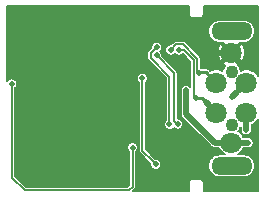
<source format=gtl>
G04 #@! TF.GenerationSoftware,KiCad,Pcbnew,(5.0.0-3-g5ebb6b6)*
G04 #@! TF.CreationDate,2018-09-01T16:23:46+02:00*
G04 #@! TF.ProjectId,nk-u2f,6E6B2D7532662E6B696361645F706362,R5*
G04 #@! TF.SameCoordinates,PX791ddc0PY5e69114*
G04 #@! TF.FileFunction,Copper,L1,Top,Signal*
G04 #@! TF.FilePolarity,Positive*
%FSLAX46Y46*%
G04 Gerber Fmt 4.6, Leading zero omitted, Abs format (unit mm)*
G04 Created by KiCad (PCBNEW (5.0.0-3-g5ebb6b6)) date Saturday, 01 September 2018 at 16:23:46*
%MOMM*%
%LPD*%
G01*
G04 APERTURE LIST*
G04 #@! TA.AperFunction,ComponentPad*
%ADD10C,1.099820*%
G04 #@! TD*
G04 #@! TA.AperFunction,ComponentPad*
%ADD11O,3.500120X1.501140*%
G04 #@! TD*
G04 #@! TA.AperFunction,BGAPad,CuDef*
%ADD12C,1.800000*%
G04 #@! TD*
G04 #@! TA.AperFunction,ViaPad*
%ADD13C,0.500000*%
G04 #@! TD*
G04 #@! TA.AperFunction,Conductor*
%ADD14C,0.500000*%
G04 #@! TD*
G04 #@! TA.AperFunction,Conductor*
%ADD15C,0.150000*%
G04 #@! TD*
G04 #@! TA.AperFunction,Conductor*
%ADD16C,0.254000*%
G04 #@! TD*
G04 APERTURE END LIST*
D10*
G04 #@! TO.P,J1,8*
G04 #@! TO.N,N/C*
X6999600Y2234450D03*
G04 #@! TO.P,J1,7*
X6999600Y-2266430D03*
D11*
G04 #@! TO.P,J1,6*
X6999600Y-5715750D03*
G04 #@! TO.P,J1,5*
X6999600Y5683770D03*
G04 #@! TD*
D12*
G04 #@! TO.P,TP1,1*
G04 #@! TO.N,/GND*
X6970000Y3866500D03*
G04 #@! TD*
G04 #@! TO.P,TP5,1*
G04 #@! TO.N,/C2CK*
X8240000Y1326500D03*
G04 #@! TD*
G04 #@! TO.P,TP2,1*
G04 #@! TO.N,/HD+*
X5700000Y1326500D03*
G04 #@! TD*
G04 #@! TO.P,TP3,1*
G04 #@! TO.N,/HD-*
X5700000Y-1213500D03*
G04 #@! TD*
G04 #@! TO.P,TP6,1*
G04 #@! TO.N,/C2D*
X8240000Y-1213500D03*
G04 #@! TD*
G04 #@! TO.P,TP4,1*
G04 #@! TO.N,/+5V*
X6970000Y-3753500D03*
G04 #@! TD*
D13*
G04 #@! TO.N,/+5V*
X8400600Y-3746600D03*
X3147880Y680620D03*
G04 #@! TO.N,/C2CK*
X7003602Y101500D03*
G04 #@! TO.N,/C2D*
X8235500Y-2654400D03*
G04 #@! TO.N,/HD+*
X1853305Y4089775D03*
X4278210Y2120800D03*
G04 #@! TO.N,/HD-*
X2529430Y4094134D03*
X3968300Y554D03*
G04 #@! TO.N,/Button*
X-552900Y1701700D03*
X583739Y-5572444D03*
G04 #@! TO.N,/SDA*
X642900Y4314514D03*
X1738210Y-2197192D03*
G04 #@! TO.N,/SCL*
X640376Y3640223D03*
X2418900Y-2171800D03*
G04 #@! TO.N,/LED*
X-1391100Y-4165700D03*
X-11614600Y1224180D03*
G04 #@! TO.N,/GND*
X3714300Y-5372200D03*
X-420330Y2338039D03*
X4044500Y5587900D03*
X7918000Y2832000D03*
X463100Y1981100D03*
X725000Y-153500D03*
X2343923Y-5918338D03*
G04 #@! TD*
D14*
G04 #@! TO.N,/+5V*
X6970000Y-3753500D02*
X5588100Y-3753500D01*
X5588100Y-3753500D02*
X3147880Y-1313280D01*
X3147880Y327067D02*
X3147880Y680620D01*
X3147880Y-1313280D02*
X3147880Y327067D01*
X8393700Y-3753500D02*
X8400600Y-3746600D01*
X6970000Y-3753500D02*
X8393700Y-3753500D01*
D15*
G04 #@! TO.N,/C2CK*
X7562402Y660300D02*
X7422702Y520600D01*
X7848602Y946500D02*
X7562402Y660300D01*
D14*
X7562402Y660300D02*
X7573800Y660300D01*
X7573800Y660300D02*
X8240000Y1326500D01*
X7422702Y520600D02*
X7003602Y101500D01*
D15*
X8525000Y946500D02*
X7848602Y946500D01*
G04 #@! TO.N,/C2D*
X8525000Y-1053500D02*
X8235500Y-1343000D01*
D14*
X8235500Y-1343000D02*
X8235500Y-2654400D01*
D16*
G04 #@! TO.N,/HD+*
X5175000Y1000010D02*
X5175000Y1218900D01*
D15*
X4278210Y2153790D02*
X4278210Y2120800D01*
X4108000Y2324000D02*
X4278210Y2153790D01*
D16*
X4383909Y2226499D02*
X4278210Y2120800D01*
D15*
X4108000Y3365400D02*
X4108000Y2324000D01*
D16*
X4800001Y2226499D02*
X4383909Y2226499D01*
D15*
X2332665Y4569135D02*
X2904265Y4569135D01*
D16*
X5700000Y1326500D02*
X4800001Y2226499D01*
D15*
X1853305Y4089775D02*
X2332665Y4569135D01*
X2904265Y4569135D02*
X4108000Y3365400D01*
D14*
G04 #@! TO.N,/HD-*
X4791400Y-304900D02*
X5803019Y-1316519D01*
X5803019Y-1316519D02*
X5700000Y-1213500D01*
D16*
X5175000Y-1016750D02*
X5175000Y-736900D01*
D15*
X3803200Y165654D02*
X3968300Y554D01*
X2934766Y4094134D02*
X3803200Y3225700D01*
D16*
X4485946Y554D02*
X4791400Y-304900D01*
D15*
X2529430Y4094134D02*
X2934766Y4094134D01*
D16*
X3968300Y554D02*
X4485946Y554D01*
D15*
X3803200Y3225700D02*
X3803200Y165654D01*
G04 #@! TO.N,/Button*
X-552900Y1701700D02*
X-552900Y-4435805D01*
X-552900Y-4435805D02*
X333740Y-5322445D01*
X333740Y-5322445D02*
X583739Y-5572444D01*
G04 #@! TO.N,/SDA*
X392901Y4064515D02*
X642900Y4314514D01*
X140499Y3812113D02*
X392901Y4064515D01*
X1738210Y1834956D02*
X140499Y3432667D01*
X1738210Y-2197192D02*
X1738210Y1834956D01*
X140499Y3432667D02*
X140499Y3812113D01*
G04 #@! TO.N,/SCL*
X2418900Y-2171800D02*
X2126800Y-1879700D01*
X2126800Y-1879700D02*
X2126800Y2153799D01*
X2126800Y2153799D02*
X640900Y3639699D01*
X640900Y3639699D02*
X640376Y3640223D01*
G04 #@! TO.N,/LED*
X-11614600Y1224180D02*
X-11614600Y-6705700D01*
X-11614600Y-6705700D02*
X-10522400Y-7797900D01*
X-10522400Y-7797900D02*
X-1708600Y-7797900D01*
X-1708600Y-7797900D02*
X-1391100Y-7480400D01*
X-1391100Y-7480400D02*
X-1391100Y-4165700D01*
D14*
G04 #@! TO.N,/GND*
X463100Y1981100D02*
X463100Y2438300D01*
X463100Y2438300D02*
X-972000Y3873400D01*
X-972000Y3873400D02*
X-972000Y5600437D01*
X-972000Y5600437D02*
X-972163Y5600600D01*
X6970000Y3866500D02*
X4330800Y3866500D01*
X4330800Y3866500D02*
X2634800Y5562500D01*
X2634800Y5562500D02*
X-934063Y5562500D01*
X-934063Y5562500D02*
X-972163Y5600600D01*
X-972163Y5600600D02*
X-972163Y7289863D01*
X-972163Y7289863D02*
X-1340300Y7658000D01*
X-1340300Y7658000D02*
X-8274500Y7658000D01*
X-8274500Y7658000D02*
X-9744294Y6188206D01*
X-9744294Y6188206D02*
X-10067010Y6188206D01*
X-10067010Y6188206D02*
X-9912652Y6033848D01*
D16*
X-9540000Y6406500D02*
X-9390000Y6406500D01*
D14*
X463100Y1981100D02*
X725000Y1719200D01*
X725000Y1719200D02*
X725000Y-153500D01*
X6970000Y3866500D02*
X6970000Y3780000D01*
X6970000Y3780000D02*
X7918000Y2832000D01*
X725000Y-4299415D02*
X2093924Y-5668339D01*
X2093924Y-5668339D02*
X2343923Y-5918338D01*
X725000Y-153500D02*
X725000Y-4299415D01*
G04 #@! TD*
D15*
G04 #@! TO.N,/GND*
G36*
X3375470Y7109982D02*
X3374142Y7096500D01*
X3379443Y7042683D01*
X3395140Y6990934D01*
X3420632Y6943242D01*
X3454939Y6901439D01*
X3496742Y6867132D01*
X3544434Y6841640D01*
X3596183Y6825943D01*
X3650000Y6820642D01*
X3663482Y6821970D01*
X4336518Y6821970D01*
X4350000Y6820642D01*
X4363482Y6821970D01*
X4403817Y6825943D01*
X4455566Y6841640D01*
X4503258Y6867132D01*
X4545061Y6901439D01*
X4579368Y6943242D01*
X4604860Y6990934D01*
X4620557Y7042683D01*
X4625858Y7096500D01*
X4624530Y7109982D01*
X4624530Y7846970D01*
X9225071Y7846970D01*
X9225071Y1877184D01*
X9113844Y2043645D01*
X8957145Y2200344D01*
X8772887Y2323462D01*
X8568150Y2408267D01*
X8350803Y2451500D01*
X8129197Y2451500D01*
X7911850Y2408267D01*
X7767047Y2348288D01*
X7744730Y2460483D01*
X7686316Y2601507D01*
X7601512Y2728426D01*
X7510460Y2819478D01*
X7593422Y2863823D01*
X7693852Y3022440D01*
X6970000Y3746292D01*
X6246148Y3022440D01*
X6346578Y2863823D01*
X6471493Y2802231D01*
X6397688Y2728426D01*
X6312884Y2601507D01*
X6254470Y2460483D01*
X6227646Y2325633D01*
X6028150Y2408267D01*
X5810803Y2451500D01*
X5589197Y2451500D01*
X5371850Y2408267D01*
X5190962Y2333341D01*
X5061136Y2463167D01*
X5050107Y2476605D01*
X4996508Y2520592D01*
X4935357Y2553278D01*
X4869005Y2573406D01*
X4817293Y2578499D01*
X4817290Y2578499D01*
X4800001Y2580202D01*
X4782712Y2578499D01*
X4411971Y2578499D01*
X4408000Y2579289D01*
X4408000Y3350678D01*
X4409450Y3365401D01*
X4408000Y3380124D01*
X4408000Y3380133D01*
X4403659Y3424210D01*
X4386504Y3480760D01*
X4367425Y3516455D01*
X4358647Y3532878D01*
X4330549Y3567115D01*
X4321158Y3578558D01*
X4309716Y3587947D01*
X4069864Y3827799D01*
X5789949Y3827799D01*
X5820174Y3598326D01*
X5894586Y3379158D01*
X5967323Y3243078D01*
X6125940Y3142648D01*
X6849792Y3866500D01*
X7090208Y3866500D01*
X7814060Y3142648D01*
X7972677Y3243078D01*
X8075035Y3450670D01*
X8134927Y3674241D01*
X8150051Y3905201D01*
X8119826Y4134674D01*
X8045414Y4353842D01*
X7972677Y4489922D01*
X7814060Y4590352D01*
X7090208Y3866500D01*
X6849792Y3866500D01*
X6125940Y4590352D01*
X5967323Y4489922D01*
X5864965Y4282330D01*
X5805073Y4058759D01*
X5789949Y3827799D01*
X4069864Y3827799D01*
X3126818Y4770845D01*
X3117423Y4782293D01*
X3071742Y4819782D01*
X3019625Y4847639D01*
X2963075Y4864794D01*
X2918998Y4869135D01*
X2918988Y4869135D01*
X2904265Y4870585D01*
X2889542Y4869135D01*
X2347387Y4869135D01*
X2332664Y4870585D01*
X2317941Y4869135D01*
X2317932Y4869135D01*
X2273855Y4864794D01*
X2217305Y4847639D01*
X2193044Y4834671D01*
X2165187Y4819782D01*
X2130950Y4791684D01*
X2119507Y4782293D01*
X2110116Y4770850D01*
X1903386Y4564119D01*
X1900088Y4564775D01*
X1806522Y4564775D01*
X1714753Y4546521D01*
X1628308Y4510714D01*
X1550510Y4458731D01*
X1484349Y4392570D01*
X1432366Y4314772D01*
X1396559Y4228327D01*
X1378305Y4136558D01*
X1378305Y4042992D01*
X1396559Y3951223D01*
X1432366Y3864778D01*
X1484349Y3786980D01*
X1550510Y3720819D01*
X1628308Y3668836D01*
X1714753Y3633029D01*
X1806522Y3614775D01*
X1900088Y3614775D01*
X1991857Y3633029D01*
X2078302Y3668836D01*
X2156100Y3720819D01*
X2193547Y3758266D01*
X2226635Y3725178D01*
X2304433Y3673195D01*
X2390878Y3637388D01*
X2482647Y3619134D01*
X2576213Y3619134D01*
X2667982Y3637388D01*
X2754427Y3673195D01*
X2832225Y3725178D01*
X2855842Y3748795D01*
X3503200Y3101436D01*
X3503201Y997050D01*
X3500259Y999992D01*
X3485381Y1018121D01*
X3467252Y1032999D01*
X3450675Y1049576D01*
X3431183Y1062600D01*
X3413053Y1077479D01*
X3392370Y1088534D01*
X3372877Y1101559D01*
X3351216Y1110531D01*
X3330534Y1121586D01*
X3308095Y1128393D01*
X3286432Y1137366D01*
X3263433Y1141941D01*
X3240996Y1148747D01*
X3217662Y1151045D01*
X3194663Y1155620D01*
X3171212Y1155620D01*
X3147880Y1157918D01*
X3124548Y1155620D01*
X3101097Y1155620D01*
X3078097Y1151045D01*
X3054765Y1148747D01*
X3032330Y1141941D01*
X3009328Y1137366D01*
X2987662Y1128392D01*
X2965227Y1121586D01*
X2944549Y1110533D01*
X2922883Y1101559D01*
X2903386Y1088532D01*
X2882708Y1077479D01*
X2864583Y1062604D01*
X2845085Y1049576D01*
X2828504Y1032995D01*
X2810380Y1018121D01*
X2795506Y999997D01*
X2778924Y983415D01*
X2765895Y963916D01*
X2751022Y945793D01*
X2739971Y925117D01*
X2726941Y905617D01*
X2717965Y883947D01*
X2706915Y863274D01*
X2700110Y840842D01*
X2691134Y819172D01*
X2686559Y796171D01*
X2679753Y773736D01*
X2677455Y750403D01*
X2672880Y727403D01*
X2672880Y303736D01*
X2672881Y303726D01*
X2672880Y-1289947D01*
X2670582Y-1313280D01*
X2679753Y-1406396D01*
X2680736Y-1409635D01*
X2706914Y-1495933D01*
X2751021Y-1578453D01*
X2810379Y-1650781D01*
X2828514Y-1665664D01*
X5235721Y-4072872D01*
X5250599Y-4091001D01*
X5322927Y-4150359D01*
X5405446Y-4194466D01*
X5464840Y-4212483D01*
X5494983Y-4221627D01*
X5588099Y-4230798D01*
X5611431Y-4228500D01*
X5949060Y-4228500D01*
X5973038Y-4286387D01*
X6096156Y-4470645D01*
X6252855Y-4627344D01*
X6421725Y-4740180D01*
X5952187Y-4740180D01*
X5808865Y-4754296D01*
X5624969Y-4810080D01*
X5455490Y-4900669D01*
X5306940Y-5022580D01*
X5185029Y-5171130D01*
X5094440Y-5340609D01*
X5038656Y-5524505D01*
X5019820Y-5715750D01*
X5038656Y-5906995D01*
X5094440Y-6090891D01*
X5185029Y-6260370D01*
X5306940Y-6408920D01*
X5455490Y-6530831D01*
X5624969Y-6621420D01*
X5808865Y-6677204D01*
X5952187Y-6691320D01*
X8047013Y-6691320D01*
X8190335Y-6677204D01*
X8374231Y-6621420D01*
X8543710Y-6530831D01*
X8692260Y-6408920D01*
X8814171Y-6260370D01*
X8904760Y-6090891D01*
X8960544Y-5906995D01*
X8979380Y-5715750D01*
X8960544Y-5524505D01*
X8904760Y-5340609D01*
X8814171Y-5171130D01*
X8692260Y-5022580D01*
X8543710Y-4900669D01*
X8374231Y-4810080D01*
X8190335Y-4754296D01*
X8047013Y-4740180D01*
X7518275Y-4740180D01*
X7687145Y-4627344D01*
X7843844Y-4470645D01*
X7966962Y-4286387D01*
X7990940Y-4228500D01*
X8370368Y-4228500D01*
X8393700Y-4230798D01*
X8417032Y-4228500D01*
X8486816Y-4221627D01*
X8576354Y-4194466D01*
X8658873Y-4150359D01*
X8692016Y-4123159D01*
X8703395Y-4115556D01*
X8713072Y-4105879D01*
X8731201Y-4091001D01*
X8746079Y-4072872D01*
X8769556Y-4049395D01*
X8782589Y-4029890D01*
X8797458Y-4011772D01*
X8808507Y-3991100D01*
X8821539Y-3971597D01*
X8830515Y-3949926D01*
X8841565Y-3929254D01*
X8848370Y-3906822D01*
X8857346Y-3885152D01*
X8861921Y-3862151D01*
X8868727Y-3839716D01*
X8871025Y-3816382D01*
X8875600Y-3793383D01*
X8875600Y-3769933D01*
X8877898Y-3746601D01*
X8875600Y-3723268D01*
X8875600Y-3699817D01*
X8871025Y-3676817D01*
X8868727Y-3653484D01*
X8861921Y-3631049D01*
X8857346Y-3608048D01*
X8848370Y-3586378D01*
X8841565Y-3563946D01*
X8830515Y-3543274D01*
X8821539Y-3521603D01*
X8808507Y-3502100D01*
X8797458Y-3481428D01*
X8782588Y-3463309D01*
X8769556Y-3443805D01*
X8752969Y-3427218D01*
X8738100Y-3409100D01*
X8719982Y-3394231D01*
X8703395Y-3377644D01*
X8683891Y-3364612D01*
X8665772Y-3349742D01*
X8645100Y-3338693D01*
X8625597Y-3325661D01*
X8603926Y-3316685D01*
X8583254Y-3305635D01*
X8560822Y-3298830D01*
X8539152Y-3289854D01*
X8516151Y-3285279D01*
X8493716Y-3278473D01*
X8470383Y-3276175D01*
X8447383Y-3271600D01*
X8423932Y-3271600D01*
X8400599Y-3269302D01*
X8377267Y-3271600D01*
X8353817Y-3271600D01*
X8330818Y-3276175D01*
X8307484Y-3278473D01*
X8307395Y-3278500D01*
X7990940Y-3278500D01*
X7966962Y-3220613D01*
X7843844Y-3036355D01*
X7687145Y-2879656D01*
X7564327Y-2797591D01*
X7601512Y-2760406D01*
X7686316Y-2633487D01*
X7744730Y-2492463D01*
X7760501Y-2413179D01*
X7760501Y-2607612D01*
X7760500Y-2607617D01*
X7760500Y-2701183D01*
X7765077Y-2724193D01*
X7767374Y-2747516D01*
X7774177Y-2769944D01*
X7778754Y-2792952D01*
X7787731Y-2814624D01*
X7794535Y-2837054D01*
X7805585Y-2857727D01*
X7814561Y-2879397D01*
X7827591Y-2898897D01*
X7838642Y-2919573D01*
X7853515Y-2937696D01*
X7866544Y-2957195D01*
X7883126Y-2973777D01*
X7898000Y-2991901D01*
X7916124Y-3006775D01*
X7932705Y-3023356D01*
X7952203Y-3036384D01*
X7970328Y-3051259D01*
X7991006Y-3062312D01*
X8010503Y-3075339D01*
X8032169Y-3084313D01*
X8052847Y-3095366D01*
X8075282Y-3102172D01*
X8096948Y-3111146D01*
X8119950Y-3115721D01*
X8142385Y-3122527D01*
X8165717Y-3124825D01*
X8188717Y-3129400D01*
X8212168Y-3129400D01*
X8235500Y-3131698D01*
X8258832Y-3129400D01*
X8282283Y-3129400D01*
X8305282Y-3124825D01*
X8328616Y-3122527D01*
X8351053Y-3115721D01*
X8374052Y-3111146D01*
X8395715Y-3102173D01*
X8418154Y-3095366D01*
X8438836Y-3084311D01*
X8460497Y-3075339D01*
X8479990Y-3062314D01*
X8500673Y-3051259D01*
X8518803Y-3036380D01*
X8538295Y-3023356D01*
X8554872Y-3006779D01*
X8573001Y-2991901D01*
X8587879Y-2973772D01*
X8604456Y-2957195D01*
X8617480Y-2937703D01*
X8632359Y-2919573D01*
X8643414Y-2898890D01*
X8656439Y-2879397D01*
X8665411Y-2857736D01*
X8676466Y-2837054D01*
X8683273Y-2814615D01*
X8692246Y-2792952D01*
X8696821Y-2769953D01*
X8703627Y-2747516D01*
X8705925Y-2724183D01*
X8710500Y-2701183D01*
X8710500Y-2236304D01*
X8772887Y-2210462D01*
X8957145Y-2087344D01*
X9113844Y-1930645D01*
X9225070Y-1764184D01*
X9225070Y-7878970D01*
X4624530Y-7878970D01*
X4624530Y-7116982D01*
X4625858Y-7103500D01*
X4620557Y-7049683D01*
X4604860Y-6997934D01*
X4579368Y-6950242D01*
X4545061Y-6908439D01*
X4503258Y-6874132D01*
X4455566Y-6848640D01*
X4403817Y-6832943D01*
X4363482Y-6828970D01*
X4350000Y-6827642D01*
X4336518Y-6828970D01*
X3663482Y-6828970D01*
X3650000Y-6827642D01*
X3636518Y-6828970D01*
X3596183Y-6832943D01*
X3544434Y-6848640D01*
X3496742Y-6874132D01*
X3454939Y-6908439D01*
X3420632Y-6950242D01*
X3395140Y-6997934D01*
X3379443Y-7049683D01*
X3374142Y-7103500D01*
X3375470Y-7116982D01*
X3375471Y-7878970D01*
X-1365407Y-7878970D01*
X-1189384Y-7702948D01*
X-1177942Y-7693558D01*
X-1168551Y-7682115D01*
X-1140453Y-7647878D01*
X-1112596Y-7595761D01*
X-1108603Y-7582599D01*
X-1095441Y-7539210D01*
X-1091100Y-7495133D01*
X-1091100Y-7495130D01*
X-1089649Y-7480400D01*
X-1091100Y-7465670D01*
X-1091100Y-4536524D01*
X-1088305Y-4534656D01*
X-1022144Y-4468495D01*
X-970161Y-4390697D01*
X-934354Y-4304252D01*
X-916100Y-4212483D01*
X-916100Y-4118917D01*
X-934354Y-4027148D01*
X-970161Y-3940703D01*
X-1022144Y-3862905D01*
X-1088305Y-3796744D01*
X-1166103Y-3744761D01*
X-1252548Y-3708954D01*
X-1344317Y-3690700D01*
X-1437883Y-3690700D01*
X-1529652Y-3708954D01*
X-1616097Y-3744761D01*
X-1693895Y-3796744D01*
X-1760056Y-3862905D01*
X-1812039Y-3940703D01*
X-1847846Y-4027148D01*
X-1866100Y-4118917D01*
X-1866100Y-4212483D01*
X-1847846Y-4304252D01*
X-1812039Y-4390697D01*
X-1760056Y-4468495D01*
X-1693895Y-4534656D01*
X-1691099Y-4536524D01*
X-1691100Y-7356136D01*
X-1832863Y-7497900D01*
X-10398136Y-7497900D01*
X-11314600Y-6581437D01*
X-11314600Y853356D01*
X-11311805Y855224D01*
X-11245644Y921385D01*
X-11193661Y999183D01*
X-11157854Y1085628D01*
X-11139600Y1177397D01*
X-11139600Y1270963D01*
X-11157854Y1362732D01*
X-11193661Y1449177D01*
X-11245644Y1526975D01*
X-11311805Y1593136D01*
X-11389603Y1645119D01*
X-11476048Y1680926D01*
X-11567817Y1699180D01*
X-11661383Y1699180D01*
X-11753152Y1680926D01*
X-11839597Y1645119D01*
X-11917395Y1593136D01*
X-11983556Y1526975D01*
X-12000470Y1501661D01*
X-12000470Y1748483D01*
X-1027900Y1748483D01*
X-1027900Y1654917D01*
X-1009646Y1563148D01*
X-973839Y1476703D01*
X-921856Y1398905D01*
X-855695Y1332744D01*
X-852900Y1330876D01*
X-852899Y-4421072D01*
X-854350Y-4435805D01*
X-848558Y-4494615D01*
X-831403Y-4551165D01*
X-803547Y-4603282D01*
X-775449Y-4637519D01*
X-766057Y-4648963D01*
X-754615Y-4658353D01*
X109395Y-5522364D01*
X108739Y-5525661D01*
X108739Y-5619227D01*
X126993Y-5710996D01*
X162800Y-5797441D01*
X214783Y-5875239D01*
X280944Y-5941400D01*
X358742Y-5993383D01*
X445187Y-6029190D01*
X536956Y-6047444D01*
X630522Y-6047444D01*
X722291Y-6029190D01*
X808736Y-5993383D01*
X886534Y-5941400D01*
X952695Y-5875239D01*
X1004678Y-5797441D01*
X1040485Y-5710996D01*
X1058739Y-5619227D01*
X1058739Y-5525661D01*
X1040485Y-5433892D01*
X1004678Y-5347447D01*
X952695Y-5269649D01*
X886534Y-5203488D01*
X808736Y-5151505D01*
X722291Y-5115698D01*
X630522Y-5097444D01*
X536956Y-5097444D01*
X533659Y-5098100D01*
X-252900Y-4311542D01*
X-252900Y1330876D01*
X-250105Y1332744D01*
X-183944Y1398905D01*
X-131961Y1476703D01*
X-96154Y1563148D01*
X-77900Y1654917D01*
X-77900Y1748483D01*
X-96154Y1840252D01*
X-131961Y1926697D01*
X-183944Y2004495D01*
X-250105Y2070656D01*
X-327903Y2122639D01*
X-414348Y2158446D01*
X-506117Y2176700D01*
X-599683Y2176700D01*
X-691452Y2158446D01*
X-777897Y2122639D01*
X-855695Y2070656D01*
X-921856Y2004495D01*
X-973839Y1926697D01*
X-1009646Y1840252D01*
X-1027900Y1748483D01*
X-12000470Y1748483D01*
X-12000470Y3812113D01*
X-160951Y3812113D01*
X-159501Y3797390D01*
X-159501Y3447390D01*
X-160951Y3432667D01*
X-159501Y3417944D01*
X-159501Y3417935D01*
X-155160Y3373858D01*
X-138005Y3317308D01*
X-125037Y3293047D01*
X-110148Y3265190D01*
X-97715Y3250041D01*
X-72659Y3219509D01*
X-61211Y3210114D01*
X1438211Y1710691D01*
X1438210Y-1826368D01*
X1435415Y-1828236D01*
X1369254Y-1894397D01*
X1317271Y-1972195D01*
X1281464Y-2058640D01*
X1263210Y-2150409D01*
X1263210Y-2243975D01*
X1281464Y-2335744D01*
X1317271Y-2422189D01*
X1369254Y-2499987D01*
X1435415Y-2566148D01*
X1513213Y-2618131D01*
X1599658Y-2653938D01*
X1691427Y-2672192D01*
X1784993Y-2672192D01*
X1876762Y-2653938D01*
X1963207Y-2618131D01*
X2041005Y-2566148D01*
X2091251Y-2515902D01*
X2116105Y-2540756D01*
X2193903Y-2592739D01*
X2280348Y-2628546D01*
X2372117Y-2646800D01*
X2465683Y-2646800D01*
X2557452Y-2628546D01*
X2643897Y-2592739D01*
X2721695Y-2540756D01*
X2787856Y-2474595D01*
X2839839Y-2396797D01*
X2875646Y-2310352D01*
X2893900Y-2218583D01*
X2893900Y-2125017D01*
X2875646Y-2033248D01*
X2839839Y-1946803D01*
X2787856Y-1869005D01*
X2721695Y-1802844D01*
X2643897Y-1750861D01*
X2557452Y-1715054D01*
X2465683Y-1696800D01*
X2426800Y-1696800D01*
X2426800Y2139076D01*
X2428250Y2153799D01*
X2426800Y2168523D01*
X2426800Y2168532D01*
X2422459Y2212609D01*
X2405304Y2269159D01*
X2383866Y2309267D01*
X2377447Y2321277D01*
X2349349Y2355514D01*
X2339958Y2366957D01*
X2328515Y2376348D01*
X1114720Y3590142D01*
X1115376Y3593440D01*
X1115376Y3687006D01*
X1097122Y3778775D01*
X1061315Y3865220D01*
X1009332Y3943018D01*
X976244Y3976106D01*
X1011856Y4011719D01*
X1063839Y4089517D01*
X1099646Y4175962D01*
X1117900Y4267731D01*
X1117900Y4361297D01*
X1099646Y4453066D01*
X1063839Y4539511D01*
X1011856Y4617309D01*
X945695Y4683470D01*
X867897Y4735453D01*
X781452Y4771260D01*
X689683Y4789514D01*
X596117Y4789514D01*
X504348Y4771260D01*
X417903Y4735453D01*
X340105Y4683470D01*
X273944Y4617309D01*
X221961Y4539511D01*
X186154Y4453066D01*
X167900Y4361297D01*
X167900Y4267731D01*
X168556Y4264434D01*
X-61216Y4034661D01*
X-72658Y4025271D01*
X-82049Y4013828D01*
X-82050Y4013827D01*
X-110148Y3979590D01*
X-129695Y3943018D01*
X-138004Y3927473D01*
X-155160Y3870923D01*
X-159501Y3826846D01*
X-159501Y3826836D01*
X-160951Y3812113D01*
X-12000470Y3812113D01*
X-12000470Y5683770D01*
X5019820Y5683770D01*
X5038656Y5492525D01*
X5094440Y5308629D01*
X5185029Y5139150D01*
X5306940Y4990600D01*
X5455490Y4868689D01*
X5624969Y4778100D01*
X5808865Y4722316D01*
X5952187Y4708200D01*
X6248508Y4708200D01*
X6970000Y3986708D01*
X7691492Y4708200D01*
X8047013Y4708200D01*
X8190335Y4722316D01*
X8374231Y4778100D01*
X8543710Y4868689D01*
X8692260Y4990600D01*
X8814171Y5139150D01*
X8904760Y5308629D01*
X8960544Y5492525D01*
X8979380Y5683770D01*
X8960544Y5875015D01*
X8904760Y6058911D01*
X8814171Y6228390D01*
X8692260Y6376940D01*
X8543710Y6498851D01*
X8374231Y6589440D01*
X8190335Y6645224D01*
X8047013Y6659340D01*
X5952187Y6659340D01*
X5808865Y6645224D01*
X5624969Y6589440D01*
X5455490Y6498851D01*
X5306940Y6376940D01*
X5185029Y6228390D01*
X5094440Y6058911D01*
X5038656Y5875015D01*
X5019820Y5683770D01*
X-12000470Y5683770D01*
X-12000470Y7846970D01*
X3375471Y7846970D01*
X3375470Y7109982D01*
X3375470Y7109982D01*
G37*
X3375470Y7109982D02*
X3374142Y7096500D01*
X3379443Y7042683D01*
X3395140Y6990934D01*
X3420632Y6943242D01*
X3454939Y6901439D01*
X3496742Y6867132D01*
X3544434Y6841640D01*
X3596183Y6825943D01*
X3650000Y6820642D01*
X3663482Y6821970D01*
X4336518Y6821970D01*
X4350000Y6820642D01*
X4363482Y6821970D01*
X4403817Y6825943D01*
X4455566Y6841640D01*
X4503258Y6867132D01*
X4545061Y6901439D01*
X4579368Y6943242D01*
X4604860Y6990934D01*
X4620557Y7042683D01*
X4625858Y7096500D01*
X4624530Y7109982D01*
X4624530Y7846970D01*
X9225071Y7846970D01*
X9225071Y1877184D01*
X9113844Y2043645D01*
X8957145Y2200344D01*
X8772887Y2323462D01*
X8568150Y2408267D01*
X8350803Y2451500D01*
X8129197Y2451500D01*
X7911850Y2408267D01*
X7767047Y2348288D01*
X7744730Y2460483D01*
X7686316Y2601507D01*
X7601512Y2728426D01*
X7510460Y2819478D01*
X7593422Y2863823D01*
X7693852Y3022440D01*
X6970000Y3746292D01*
X6246148Y3022440D01*
X6346578Y2863823D01*
X6471493Y2802231D01*
X6397688Y2728426D01*
X6312884Y2601507D01*
X6254470Y2460483D01*
X6227646Y2325633D01*
X6028150Y2408267D01*
X5810803Y2451500D01*
X5589197Y2451500D01*
X5371850Y2408267D01*
X5190962Y2333341D01*
X5061136Y2463167D01*
X5050107Y2476605D01*
X4996508Y2520592D01*
X4935357Y2553278D01*
X4869005Y2573406D01*
X4817293Y2578499D01*
X4817290Y2578499D01*
X4800001Y2580202D01*
X4782712Y2578499D01*
X4411971Y2578499D01*
X4408000Y2579289D01*
X4408000Y3350678D01*
X4409450Y3365401D01*
X4408000Y3380124D01*
X4408000Y3380133D01*
X4403659Y3424210D01*
X4386504Y3480760D01*
X4367425Y3516455D01*
X4358647Y3532878D01*
X4330549Y3567115D01*
X4321158Y3578558D01*
X4309716Y3587947D01*
X4069864Y3827799D01*
X5789949Y3827799D01*
X5820174Y3598326D01*
X5894586Y3379158D01*
X5967323Y3243078D01*
X6125940Y3142648D01*
X6849792Y3866500D01*
X7090208Y3866500D01*
X7814060Y3142648D01*
X7972677Y3243078D01*
X8075035Y3450670D01*
X8134927Y3674241D01*
X8150051Y3905201D01*
X8119826Y4134674D01*
X8045414Y4353842D01*
X7972677Y4489922D01*
X7814060Y4590352D01*
X7090208Y3866500D01*
X6849792Y3866500D01*
X6125940Y4590352D01*
X5967323Y4489922D01*
X5864965Y4282330D01*
X5805073Y4058759D01*
X5789949Y3827799D01*
X4069864Y3827799D01*
X3126818Y4770845D01*
X3117423Y4782293D01*
X3071742Y4819782D01*
X3019625Y4847639D01*
X2963075Y4864794D01*
X2918998Y4869135D01*
X2918988Y4869135D01*
X2904265Y4870585D01*
X2889542Y4869135D01*
X2347387Y4869135D01*
X2332664Y4870585D01*
X2317941Y4869135D01*
X2317932Y4869135D01*
X2273855Y4864794D01*
X2217305Y4847639D01*
X2193044Y4834671D01*
X2165187Y4819782D01*
X2130950Y4791684D01*
X2119507Y4782293D01*
X2110116Y4770850D01*
X1903386Y4564119D01*
X1900088Y4564775D01*
X1806522Y4564775D01*
X1714753Y4546521D01*
X1628308Y4510714D01*
X1550510Y4458731D01*
X1484349Y4392570D01*
X1432366Y4314772D01*
X1396559Y4228327D01*
X1378305Y4136558D01*
X1378305Y4042992D01*
X1396559Y3951223D01*
X1432366Y3864778D01*
X1484349Y3786980D01*
X1550510Y3720819D01*
X1628308Y3668836D01*
X1714753Y3633029D01*
X1806522Y3614775D01*
X1900088Y3614775D01*
X1991857Y3633029D01*
X2078302Y3668836D01*
X2156100Y3720819D01*
X2193547Y3758266D01*
X2226635Y3725178D01*
X2304433Y3673195D01*
X2390878Y3637388D01*
X2482647Y3619134D01*
X2576213Y3619134D01*
X2667982Y3637388D01*
X2754427Y3673195D01*
X2832225Y3725178D01*
X2855842Y3748795D01*
X3503200Y3101436D01*
X3503201Y997050D01*
X3500259Y999992D01*
X3485381Y1018121D01*
X3467252Y1032999D01*
X3450675Y1049576D01*
X3431183Y1062600D01*
X3413053Y1077479D01*
X3392370Y1088534D01*
X3372877Y1101559D01*
X3351216Y1110531D01*
X3330534Y1121586D01*
X3308095Y1128393D01*
X3286432Y1137366D01*
X3263433Y1141941D01*
X3240996Y1148747D01*
X3217662Y1151045D01*
X3194663Y1155620D01*
X3171212Y1155620D01*
X3147880Y1157918D01*
X3124548Y1155620D01*
X3101097Y1155620D01*
X3078097Y1151045D01*
X3054765Y1148747D01*
X3032330Y1141941D01*
X3009328Y1137366D01*
X2987662Y1128392D01*
X2965227Y1121586D01*
X2944549Y1110533D01*
X2922883Y1101559D01*
X2903386Y1088532D01*
X2882708Y1077479D01*
X2864583Y1062604D01*
X2845085Y1049576D01*
X2828504Y1032995D01*
X2810380Y1018121D01*
X2795506Y999997D01*
X2778924Y983415D01*
X2765895Y963916D01*
X2751022Y945793D01*
X2739971Y925117D01*
X2726941Y905617D01*
X2717965Y883947D01*
X2706915Y863274D01*
X2700110Y840842D01*
X2691134Y819172D01*
X2686559Y796171D01*
X2679753Y773736D01*
X2677455Y750403D01*
X2672880Y727403D01*
X2672880Y303736D01*
X2672881Y303726D01*
X2672880Y-1289947D01*
X2670582Y-1313280D01*
X2679753Y-1406396D01*
X2680736Y-1409635D01*
X2706914Y-1495933D01*
X2751021Y-1578453D01*
X2810379Y-1650781D01*
X2828514Y-1665664D01*
X5235721Y-4072872D01*
X5250599Y-4091001D01*
X5322927Y-4150359D01*
X5405446Y-4194466D01*
X5464840Y-4212483D01*
X5494983Y-4221627D01*
X5588099Y-4230798D01*
X5611431Y-4228500D01*
X5949060Y-4228500D01*
X5973038Y-4286387D01*
X6096156Y-4470645D01*
X6252855Y-4627344D01*
X6421725Y-4740180D01*
X5952187Y-4740180D01*
X5808865Y-4754296D01*
X5624969Y-4810080D01*
X5455490Y-4900669D01*
X5306940Y-5022580D01*
X5185029Y-5171130D01*
X5094440Y-5340609D01*
X5038656Y-5524505D01*
X5019820Y-5715750D01*
X5038656Y-5906995D01*
X5094440Y-6090891D01*
X5185029Y-6260370D01*
X5306940Y-6408920D01*
X5455490Y-6530831D01*
X5624969Y-6621420D01*
X5808865Y-6677204D01*
X5952187Y-6691320D01*
X8047013Y-6691320D01*
X8190335Y-6677204D01*
X8374231Y-6621420D01*
X8543710Y-6530831D01*
X8692260Y-6408920D01*
X8814171Y-6260370D01*
X8904760Y-6090891D01*
X8960544Y-5906995D01*
X8979380Y-5715750D01*
X8960544Y-5524505D01*
X8904760Y-5340609D01*
X8814171Y-5171130D01*
X8692260Y-5022580D01*
X8543710Y-4900669D01*
X8374231Y-4810080D01*
X8190335Y-4754296D01*
X8047013Y-4740180D01*
X7518275Y-4740180D01*
X7687145Y-4627344D01*
X7843844Y-4470645D01*
X7966962Y-4286387D01*
X7990940Y-4228500D01*
X8370368Y-4228500D01*
X8393700Y-4230798D01*
X8417032Y-4228500D01*
X8486816Y-4221627D01*
X8576354Y-4194466D01*
X8658873Y-4150359D01*
X8692016Y-4123159D01*
X8703395Y-4115556D01*
X8713072Y-4105879D01*
X8731201Y-4091001D01*
X8746079Y-4072872D01*
X8769556Y-4049395D01*
X8782589Y-4029890D01*
X8797458Y-4011772D01*
X8808507Y-3991100D01*
X8821539Y-3971597D01*
X8830515Y-3949926D01*
X8841565Y-3929254D01*
X8848370Y-3906822D01*
X8857346Y-3885152D01*
X8861921Y-3862151D01*
X8868727Y-3839716D01*
X8871025Y-3816382D01*
X8875600Y-3793383D01*
X8875600Y-3769933D01*
X8877898Y-3746601D01*
X8875600Y-3723268D01*
X8875600Y-3699817D01*
X8871025Y-3676817D01*
X8868727Y-3653484D01*
X8861921Y-3631049D01*
X8857346Y-3608048D01*
X8848370Y-3586378D01*
X8841565Y-3563946D01*
X8830515Y-3543274D01*
X8821539Y-3521603D01*
X8808507Y-3502100D01*
X8797458Y-3481428D01*
X8782588Y-3463309D01*
X8769556Y-3443805D01*
X8752969Y-3427218D01*
X8738100Y-3409100D01*
X8719982Y-3394231D01*
X8703395Y-3377644D01*
X8683891Y-3364612D01*
X8665772Y-3349742D01*
X8645100Y-3338693D01*
X8625597Y-3325661D01*
X8603926Y-3316685D01*
X8583254Y-3305635D01*
X8560822Y-3298830D01*
X8539152Y-3289854D01*
X8516151Y-3285279D01*
X8493716Y-3278473D01*
X8470383Y-3276175D01*
X8447383Y-3271600D01*
X8423932Y-3271600D01*
X8400599Y-3269302D01*
X8377267Y-3271600D01*
X8353817Y-3271600D01*
X8330818Y-3276175D01*
X8307484Y-3278473D01*
X8307395Y-3278500D01*
X7990940Y-3278500D01*
X7966962Y-3220613D01*
X7843844Y-3036355D01*
X7687145Y-2879656D01*
X7564327Y-2797591D01*
X7601512Y-2760406D01*
X7686316Y-2633487D01*
X7744730Y-2492463D01*
X7760501Y-2413179D01*
X7760501Y-2607612D01*
X7760500Y-2607617D01*
X7760500Y-2701183D01*
X7765077Y-2724193D01*
X7767374Y-2747516D01*
X7774177Y-2769944D01*
X7778754Y-2792952D01*
X7787731Y-2814624D01*
X7794535Y-2837054D01*
X7805585Y-2857727D01*
X7814561Y-2879397D01*
X7827591Y-2898897D01*
X7838642Y-2919573D01*
X7853515Y-2937696D01*
X7866544Y-2957195D01*
X7883126Y-2973777D01*
X7898000Y-2991901D01*
X7916124Y-3006775D01*
X7932705Y-3023356D01*
X7952203Y-3036384D01*
X7970328Y-3051259D01*
X7991006Y-3062312D01*
X8010503Y-3075339D01*
X8032169Y-3084313D01*
X8052847Y-3095366D01*
X8075282Y-3102172D01*
X8096948Y-3111146D01*
X8119950Y-3115721D01*
X8142385Y-3122527D01*
X8165717Y-3124825D01*
X8188717Y-3129400D01*
X8212168Y-3129400D01*
X8235500Y-3131698D01*
X8258832Y-3129400D01*
X8282283Y-3129400D01*
X8305282Y-3124825D01*
X8328616Y-3122527D01*
X8351053Y-3115721D01*
X8374052Y-3111146D01*
X8395715Y-3102173D01*
X8418154Y-3095366D01*
X8438836Y-3084311D01*
X8460497Y-3075339D01*
X8479990Y-3062314D01*
X8500673Y-3051259D01*
X8518803Y-3036380D01*
X8538295Y-3023356D01*
X8554872Y-3006779D01*
X8573001Y-2991901D01*
X8587879Y-2973772D01*
X8604456Y-2957195D01*
X8617480Y-2937703D01*
X8632359Y-2919573D01*
X8643414Y-2898890D01*
X8656439Y-2879397D01*
X8665411Y-2857736D01*
X8676466Y-2837054D01*
X8683273Y-2814615D01*
X8692246Y-2792952D01*
X8696821Y-2769953D01*
X8703627Y-2747516D01*
X8705925Y-2724183D01*
X8710500Y-2701183D01*
X8710500Y-2236304D01*
X8772887Y-2210462D01*
X8957145Y-2087344D01*
X9113844Y-1930645D01*
X9225070Y-1764184D01*
X9225070Y-7878970D01*
X4624530Y-7878970D01*
X4624530Y-7116982D01*
X4625858Y-7103500D01*
X4620557Y-7049683D01*
X4604860Y-6997934D01*
X4579368Y-6950242D01*
X4545061Y-6908439D01*
X4503258Y-6874132D01*
X4455566Y-6848640D01*
X4403817Y-6832943D01*
X4363482Y-6828970D01*
X4350000Y-6827642D01*
X4336518Y-6828970D01*
X3663482Y-6828970D01*
X3650000Y-6827642D01*
X3636518Y-6828970D01*
X3596183Y-6832943D01*
X3544434Y-6848640D01*
X3496742Y-6874132D01*
X3454939Y-6908439D01*
X3420632Y-6950242D01*
X3395140Y-6997934D01*
X3379443Y-7049683D01*
X3374142Y-7103500D01*
X3375470Y-7116982D01*
X3375471Y-7878970D01*
X-1365407Y-7878970D01*
X-1189384Y-7702948D01*
X-1177942Y-7693558D01*
X-1168551Y-7682115D01*
X-1140453Y-7647878D01*
X-1112596Y-7595761D01*
X-1108603Y-7582599D01*
X-1095441Y-7539210D01*
X-1091100Y-7495133D01*
X-1091100Y-7495130D01*
X-1089649Y-7480400D01*
X-1091100Y-7465670D01*
X-1091100Y-4536524D01*
X-1088305Y-4534656D01*
X-1022144Y-4468495D01*
X-970161Y-4390697D01*
X-934354Y-4304252D01*
X-916100Y-4212483D01*
X-916100Y-4118917D01*
X-934354Y-4027148D01*
X-970161Y-3940703D01*
X-1022144Y-3862905D01*
X-1088305Y-3796744D01*
X-1166103Y-3744761D01*
X-1252548Y-3708954D01*
X-1344317Y-3690700D01*
X-1437883Y-3690700D01*
X-1529652Y-3708954D01*
X-1616097Y-3744761D01*
X-1693895Y-3796744D01*
X-1760056Y-3862905D01*
X-1812039Y-3940703D01*
X-1847846Y-4027148D01*
X-1866100Y-4118917D01*
X-1866100Y-4212483D01*
X-1847846Y-4304252D01*
X-1812039Y-4390697D01*
X-1760056Y-4468495D01*
X-1693895Y-4534656D01*
X-1691099Y-4536524D01*
X-1691100Y-7356136D01*
X-1832863Y-7497900D01*
X-10398136Y-7497900D01*
X-11314600Y-6581437D01*
X-11314600Y853356D01*
X-11311805Y855224D01*
X-11245644Y921385D01*
X-11193661Y999183D01*
X-11157854Y1085628D01*
X-11139600Y1177397D01*
X-11139600Y1270963D01*
X-11157854Y1362732D01*
X-11193661Y1449177D01*
X-11245644Y1526975D01*
X-11311805Y1593136D01*
X-11389603Y1645119D01*
X-11476048Y1680926D01*
X-11567817Y1699180D01*
X-11661383Y1699180D01*
X-11753152Y1680926D01*
X-11839597Y1645119D01*
X-11917395Y1593136D01*
X-11983556Y1526975D01*
X-12000470Y1501661D01*
X-12000470Y1748483D01*
X-1027900Y1748483D01*
X-1027900Y1654917D01*
X-1009646Y1563148D01*
X-973839Y1476703D01*
X-921856Y1398905D01*
X-855695Y1332744D01*
X-852900Y1330876D01*
X-852899Y-4421072D01*
X-854350Y-4435805D01*
X-848558Y-4494615D01*
X-831403Y-4551165D01*
X-803547Y-4603282D01*
X-775449Y-4637519D01*
X-766057Y-4648963D01*
X-754615Y-4658353D01*
X109395Y-5522364D01*
X108739Y-5525661D01*
X108739Y-5619227D01*
X126993Y-5710996D01*
X162800Y-5797441D01*
X214783Y-5875239D01*
X280944Y-5941400D01*
X358742Y-5993383D01*
X445187Y-6029190D01*
X536956Y-6047444D01*
X630522Y-6047444D01*
X722291Y-6029190D01*
X808736Y-5993383D01*
X886534Y-5941400D01*
X952695Y-5875239D01*
X1004678Y-5797441D01*
X1040485Y-5710996D01*
X1058739Y-5619227D01*
X1058739Y-5525661D01*
X1040485Y-5433892D01*
X1004678Y-5347447D01*
X952695Y-5269649D01*
X886534Y-5203488D01*
X808736Y-5151505D01*
X722291Y-5115698D01*
X630522Y-5097444D01*
X536956Y-5097444D01*
X533659Y-5098100D01*
X-252900Y-4311542D01*
X-252900Y1330876D01*
X-250105Y1332744D01*
X-183944Y1398905D01*
X-131961Y1476703D01*
X-96154Y1563148D01*
X-77900Y1654917D01*
X-77900Y1748483D01*
X-96154Y1840252D01*
X-131961Y1926697D01*
X-183944Y2004495D01*
X-250105Y2070656D01*
X-327903Y2122639D01*
X-414348Y2158446D01*
X-506117Y2176700D01*
X-599683Y2176700D01*
X-691452Y2158446D01*
X-777897Y2122639D01*
X-855695Y2070656D01*
X-921856Y2004495D01*
X-973839Y1926697D01*
X-1009646Y1840252D01*
X-1027900Y1748483D01*
X-12000470Y1748483D01*
X-12000470Y3812113D01*
X-160951Y3812113D01*
X-159501Y3797390D01*
X-159501Y3447390D01*
X-160951Y3432667D01*
X-159501Y3417944D01*
X-159501Y3417935D01*
X-155160Y3373858D01*
X-138005Y3317308D01*
X-125037Y3293047D01*
X-110148Y3265190D01*
X-97715Y3250041D01*
X-72659Y3219509D01*
X-61211Y3210114D01*
X1438211Y1710691D01*
X1438210Y-1826368D01*
X1435415Y-1828236D01*
X1369254Y-1894397D01*
X1317271Y-1972195D01*
X1281464Y-2058640D01*
X1263210Y-2150409D01*
X1263210Y-2243975D01*
X1281464Y-2335744D01*
X1317271Y-2422189D01*
X1369254Y-2499987D01*
X1435415Y-2566148D01*
X1513213Y-2618131D01*
X1599658Y-2653938D01*
X1691427Y-2672192D01*
X1784993Y-2672192D01*
X1876762Y-2653938D01*
X1963207Y-2618131D01*
X2041005Y-2566148D01*
X2091251Y-2515902D01*
X2116105Y-2540756D01*
X2193903Y-2592739D01*
X2280348Y-2628546D01*
X2372117Y-2646800D01*
X2465683Y-2646800D01*
X2557452Y-2628546D01*
X2643897Y-2592739D01*
X2721695Y-2540756D01*
X2787856Y-2474595D01*
X2839839Y-2396797D01*
X2875646Y-2310352D01*
X2893900Y-2218583D01*
X2893900Y-2125017D01*
X2875646Y-2033248D01*
X2839839Y-1946803D01*
X2787856Y-1869005D01*
X2721695Y-1802844D01*
X2643897Y-1750861D01*
X2557452Y-1715054D01*
X2465683Y-1696800D01*
X2426800Y-1696800D01*
X2426800Y2139076D01*
X2428250Y2153799D01*
X2426800Y2168523D01*
X2426800Y2168532D01*
X2422459Y2212609D01*
X2405304Y2269159D01*
X2383866Y2309267D01*
X2377447Y2321277D01*
X2349349Y2355514D01*
X2339958Y2366957D01*
X2328515Y2376348D01*
X1114720Y3590142D01*
X1115376Y3593440D01*
X1115376Y3687006D01*
X1097122Y3778775D01*
X1061315Y3865220D01*
X1009332Y3943018D01*
X976244Y3976106D01*
X1011856Y4011719D01*
X1063839Y4089517D01*
X1099646Y4175962D01*
X1117900Y4267731D01*
X1117900Y4361297D01*
X1099646Y4453066D01*
X1063839Y4539511D01*
X1011856Y4617309D01*
X945695Y4683470D01*
X867897Y4735453D01*
X781452Y4771260D01*
X689683Y4789514D01*
X596117Y4789514D01*
X504348Y4771260D01*
X417903Y4735453D01*
X340105Y4683470D01*
X273944Y4617309D01*
X221961Y4539511D01*
X186154Y4453066D01*
X167900Y4361297D01*
X167900Y4267731D01*
X168556Y4264434D01*
X-61216Y4034661D01*
X-72658Y4025271D01*
X-82049Y4013828D01*
X-82050Y4013827D01*
X-110148Y3979590D01*
X-129695Y3943018D01*
X-138004Y3927473D01*
X-155160Y3870923D01*
X-159501Y3826846D01*
X-159501Y3826836D01*
X-160951Y3812113D01*
X-12000470Y3812113D01*
X-12000470Y5683770D01*
X5019820Y5683770D01*
X5038656Y5492525D01*
X5094440Y5308629D01*
X5185029Y5139150D01*
X5306940Y4990600D01*
X5455490Y4868689D01*
X5624969Y4778100D01*
X5808865Y4722316D01*
X5952187Y4708200D01*
X6248508Y4708200D01*
X6970000Y3986708D01*
X7691492Y4708200D01*
X8047013Y4708200D01*
X8190335Y4722316D01*
X8374231Y4778100D01*
X8543710Y4868689D01*
X8692260Y4990600D01*
X8814171Y5139150D01*
X8904760Y5308629D01*
X8960544Y5492525D01*
X8979380Y5683770D01*
X8960544Y5875015D01*
X8904760Y6058911D01*
X8814171Y6228390D01*
X8692260Y6376940D01*
X8543710Y6498851D01*
X8374231Y6589440D01*
X8190335Y6645224D01*
X8047013Y6659340D01*
X5952187Y6659340D01*
X5808865Y6645224D01*
X5624969Y6589440D01*
X5455490Y6498851D01*
X5306940Y6376940D01*
X5185029Y6228390D01*
X5094440Y6058911D01*
X5038656Y5875015D01*
X5019820Y5683770D01*
X-12000470Y5683770D01*
X-12000470Y7846970D01*
X3375471Y7846970D01*
X3375470Y7109982D01*
G04 #@! TD*
M02*

</source>
